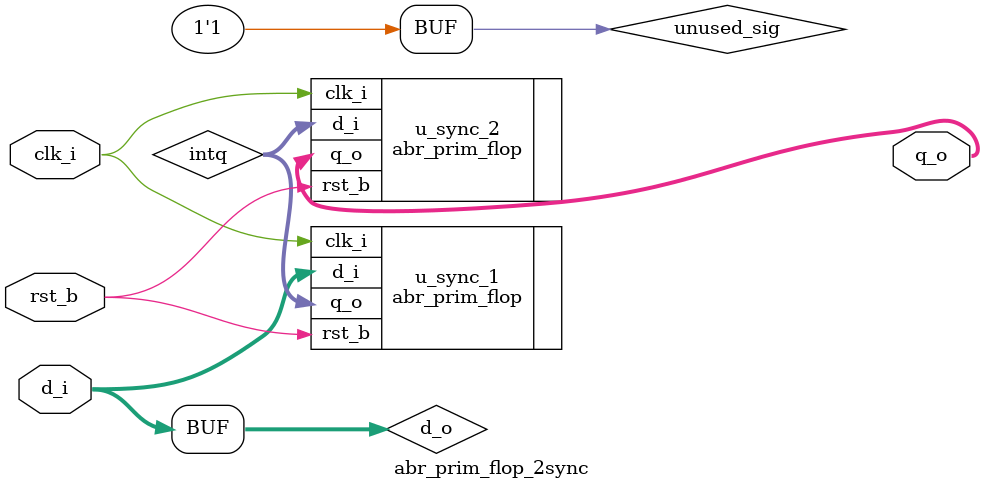
<source format=sv>

module abr_prim_flop_2sync #(
  parameter int               Width      = 16,
  parameter logic [Width-1:0] ResetValue = '0,
  parameter bit               EnablePrimCdcRand = 1
) (
  input                    clk_i,
  input                    rst_b,
  input        [Width-1:0] d_i,
  output logic [Width-1:0] q_o
);

  logic [Width-1:0] d_o;
  logic [Width-1:0] intq;

`ifdef SIMULATION

  abr_prim_cdc_rand_delay #(
    .DataWidth(Width),
    .Enable(EnablePrimCdcRand)
  ) u_abr_prim_cdc_rand_delay (
    .clk_i,
    .rst_b,
    .src_data_i(d_i),
    .prev_data_i(intq),
    .dst_data_o(d_o)
  );
`else // !`ifdef SIMULATION
  logic unused_sig;
  assign unused_sig = EnablePrimCdcRand;
  always_comb d_o = d_i;
`endif // !`ifdef SIMULATION

  abr_prim_flop #(
    .Width(Width),
    .ResetValue(ResetValue)
  ) u_sync_1 (
    .clk_i,
    .rst_b,
    .d_i(d_o),
    .q_o(intq)
  );

  abr_prim_flop #(
    .Width(Width),
    .ResetValue(ResetValue)
  ) u_sync_2 (
    .clk_i,
    .rst_b,
    .d_i(intq),
    .q_o
  );

endmodule : abr_prim_flop_2sync

</source>
